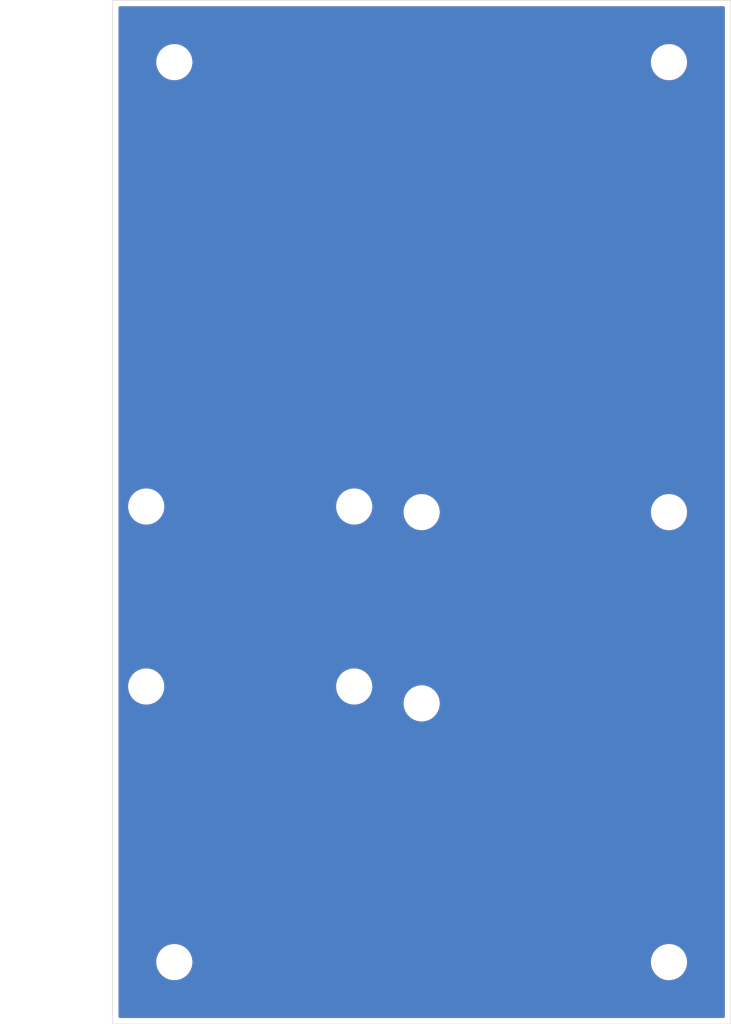
<source format=kicad_pcb>
(kicad_pcb (version 20171130) (host pcbnew "(5.1.6)-1")

  (general
    (thickness 1.6)
    (drawings 4)
    (tracks 0)
    (zones 0)
    (modules 11)
    (nets 1)
  )

  (page A4)
  (layers
    (0 F.Cu signal)
    (31 B.Cu signal)
    (32 B.Adhes user)
    (33 F.Adhes user)
    (34 B.Paste user)
    (35 F.Paste user)
    (36 B.SilkS user)
    (37 F.SilkS user)
    (38 B.Mask user)
    (39 F.Mask user)
    (40 Dwgs.User user)
    (41 Cmts.User user)
    (42 Eco1.User user)
    (43 Eco2.User user)
    (44 Edge.Cuts user)
    (45 Margin user)
    (46 B.CrtYd user)
    (47 F.CrtYd user)
    (48 B.Fab user)
    (49 F.Fab user)
  )

  (setup
    (last_trace_width 0.25)
    (trace_clearance 0.2)
    (zone_clearance 0.508)
    (zone_45_only no)
    (trace_min 0.2)
    (via_size 0.8)
    (via_drill 0.4)
    (via_min_size 0.4)
    (via_min_drill 0.3)
    (uvia_size 0.3)
    (uvia_drill 0.1)
    (uvias_allowed no)
    (uvia_min_size 0.2)
    (uvia_min_drill 0.1)
    (edge_width 0.05)
    (segment_width 0.2)
    (pcb_text_width 0.3)
    (pcb_text_size 1.5 1.5)
    (mod_edge_width 0.12)
    (mod_text_size 1 1)
    (mod_text_width 0.15)
    (pad_size 1.524 1.524)
    (pad_drill 0.762)
    (pad_to_mask_clearance 0.05)
    (aux_axis_origin 0 0)
    (visible_elements 7FFFFFFF)
    (pcbplotparams
      (layerselection 0x010fc_ffffffff)
      (usegerberextensions false)
      (usegerberattributes true)
      (usegerberadvancedattributes true)
      (creategerberjobfile true)
      (excludeedgelayer true)
      (linewidth 0.100000)
      (plotframeref false)
      (viasonmask false)
      (mode 1)
      (useauxorigin false)
      (hpglpennumber 1)
      (hpglpenspeed 20)
      (hpglpendiameter 15.000000)
      (psnegative false)
      (psa4output false)
      (plotreference true)
      (plotvalue true)
      (plotinvisibletext false)
      (padsonsilk false)
      (subtractmaskfromsilk false)
      (outputformat 1)
      (mirror false)
      (drillshape 1)
      (scaleselection 1)
      (outputdirectory ""))
  )

  (net 0 "")

  (net_class Default "This is the default net class."
    (clearance 0.2)
    (trace_width 0.25)
    (via_dia 0.8)
    (via_drill 0.4)
    (uvia_dia 0.3)
    (uvia_drill 0.1)
  )

  (net_class VCC/GND ""
    (clearance 0.2)
    (trace_width 0.4)
    (via_dia 0.8)
    (via_drill 0.4)
    (uvia_dia 0.3)
    (uvia_drill 0.1)
  )

  (module MountingHole:MountingHole_2.2mm_M2_ISO7380 (layer F.Cu) (tedit 56D1B4CB) (tstamp 5F26669C)
    (at 147.5 121.5)
    (descr "Mounting Hole 2.2mm, no annular, M2, ISO7380")
    (tags "mounting hole 2.2mm no annular m2 iso7380")
    (attr virtual)
    (fp_text reference REF** (at 0 -2.75) (layer F.SilkS) hide
      (effects (font (size 1 1) (thickness 0.15)))
    )
    (fp_text value MountingHole_2.2mm_M2_ISO7380 (at 0 2.75) (layer F.Fab)
      (effects (font (size 1 1) (thickness 0.15)))
    )
    (fp_circle (center 0 0) (end 1.75 0) (layer Cmts.User) (width 0.15))
    (fp_circle (center 0 0) (end 2 0) (layer F.CrtYd) (width 0.05))
    (fp_text user %R (at 0.3 0) (layer F.Fab)
      (effects (font (size 1 1) (thickness 0.15)))
    )
    (pad 1 np_thru_hole circle (at 0 0) (size 2.2 2.2) (drill 2.2) (layers *.Cu *.Mask))
  )

  (module MountingHole:MountingHole_2.2mm_M2_ISO7380 (layer F.Cu) (tedit 56D1B4CB) (tstamp 5F26662C)
    (at 147.5 104.5)
    (descr "Mounting Hole 2.2mm, no annular, M2, ISO7380")
    (tags "mounting hole 2.2mm no annular m2 iso7380")
    (attr virtual)
    (fp_text reference REF** (at 0 -2.75) (layer F.SilkS) hide
      (effects (font (size 1 1) (thickness 0.15)))
    )
    (fp_text value MountingHole_2.2mm_M2_ISO7380 (at 0 2.75) (layer F.Fab)
      (effects (font (size 1 1) (thickness 0.15)))
    )
    (fp_circle (center 0 0) (end 1.75 0) (layer Cmts.User) (width 0.15))
    (fp_circle (center 0 0) (end 2 0) (layer F.CrtYd) (width 0.05))
    (fp_text user %R (at 0.3 0) (layer F.Fab)
      (effects (font (size 1 1) (thickness 0.15)))
    )
    (pad 1 np_thru_hole circle (at 0 0) (size 2.2 2.2) (drill 2.2) (layers *.Cu *.Mask))
  )

  (module MountingHole:MountingHole_2.2mm_M2_ISO7380 (layer F.Cu) (tedit 56D1B4CB) (tstamp 5F1E0D90)
    (at 169.5 64.5)
    (descr "Mounting Hole 2.2mm, no annular, M2, ISO7380")
    (tags "mounting hole 2.2mm no annular m2 iso7380")
    (attr virtual)
    (fp_text reference REF** (at 0 -3) (layer F.SilkS) hide
      (effects (font (size 1 1) (thickness 0.15)))
    )
    (fp_text value m2_spacer (at 0 3) (layer F.Fab)
      (effects (font (size 1 1) (thickness 0.15)))
    )
    (fp_circle (center 0 0) (end 1.75 0) (layer Cmts.User) (width 0.15))
    (fp_circle (center 0 0) (end 2 0) (layer F.CrtYd) (width 0.05))
    (fp_text user %R (at 0.3 0) (layer F.Fab)
      (effects (font (size 1 1) (thickness 0.15)))
    )
    (pad 1 np_thru_hole circle (at 0 0) (size 2.2 2.2) (drill 2.2) (layers *.Cu *.Mask))
  )

  (module MountingHole:MountingHole_2.2mm_M2_ISO7380 (layer F.Cu) (tedit 56D1B4CB) (tstamp 5F1E0D6F)
    (at 125.5 64.5)
    (descr "Mounting Hole 2.2mm, no annular, M2, ISO7380")
    (tags "mounting hole 2.2mm no annular m2 iso7380")
    (attr virtual)
    (fp_text reference REF** (at 0 -3) (layer F.SilkS) hide
      (effects (font (size 1 1) (thickness 0.15)))
    )
    (fp_text value m2_spacer (at 0 3) (layer F.Fab)
      (effects (font (size 1 1) (thickness 0.15)))
    )
    (fp_circle (center 0 0) (end 1.75 0) (layer Cmts.User) (width 0.15))
    (fp_circle (center 0 0) (end 2 0) (layer F.CrtYd) (width 0.05))
    (fp_text user %R (at 0.3 0) (layer F.Fab)
      (effects (font (size 1 1) (thickness 0.15)))
    )
    (pad 1 np_thru_hole circle (at 0 0) (size 2.2 2.2) (drill 2.2) (layers *.Cu *.Mask))
  )

  (module MountingHole:MountingHole_2.2mm_M2_ISO7380 (layer F.Cu) (tedit 56D1B4CB) (tstamp 5F1C0C55)
    (at 169.5 104.5)
    (descr "Mounting Hole 2.2mm, no annular, M2, ISO7380")
    (tags "mounting hole 2.2mm no annular m2 iso7380")
    (attr virtual)
    (fp_text reference REF** (at 0 -3) (layer F.SilkS) hide
      (effects (font (size 1 1) (thickness 0.15)))
    )
    (fp_text value m2_spacer (at 0 3) (layer F.Fab)
      (effects (font (size 1 1) (thickness 0.15)))
    )
    (fp_circle (center 0 0) (end 1.75 0) (layer Cmts.User) (width 0.15))
    (fp_circle (center 0 0) (end 2 0) (layer F.CrtYd) (width 0.05))
    (fp_text user %R (at 0.3 0) (layer F.Fab)
      (effects (font (size 1 1) (thickness 0.15)))
    )
    (pad 1 np_thru_hole circle (at 0 0) (size 2.2 2.2) (drill 2.2) (layers *.Cu *.Mask))
  )

  (module MountingHole:MountingHole_2.2mm_M2_ISO7380 (layer F.Cu) (tedit 56D1B4CB) (tstamp 5F1E0DC6)
    (at 125.5 144.5)
    (descr "Mounting Hole 2.2mm, no annular, M2, ISO7380")
    (tags "mounting hole 2.2mm no annular m2 iso7380")
    (attr virtual)
    (fp_text reference REF** (at 0 -3) (layer F.SilkS) hide
      (effects (font (size 1 1) (thickness 0.15)))
    )
    (fp_text value m2_spacer (at 0 3) (layer F.Fab)
      (effects (font (size 1 1) (thickness 0.15)))
    )
    (fp_circle (center 0 0) (end 1.75 0) (layer Cmts.User) (width 0.15))
    (fp_circle (center 0 0) (end 2 0) (layer F.CrtYd) (width 0.05))
    (fp_text user %R (at 0.3 0) (layer F.Fab)
      (effects (font (size 1 1) (thickness 0.15)))
    )
    (pad 1 np_thru_hole circle (at 0 0) (size 2.2 2.2) (drill 2.2) (layers *.Cu *.Mask))
  )

  (module MountingHole:MountingHole_2.2mm_M2_ISO7380 (layer F.Cu) (tedit 56D1B4CB) (tstamp 5F1E0DDB)
    (at 169.5 144.5)
    (descr "Mounting Hole 2.2mm, no annular, M2, ISO7380")
    (tags "mounting hole 2.2mm no annular m2 iso7380")
    (attr virtual)
    (fp_text reference REF** (at 0 -3) (layer F.SilkS) hide
      (effects (font (size 1 1) (thickness 0.15)))
    )
    (fp_text value m2_spacer (at 0 3) (layer F.Fab)
      (effects (font (size 1 1) (thickness 0.15)))
    )
    (fp_circle (center 0 0) (end 1.75 0) (layer Cmts.User) (width 0.15))
    (fp_circle (center 0 0) (end 2 0) (layer F.CrtYd) (width 0.05))
    (fp_text user %R (at 0.3 0) (layer F.Fab)
      (effects (font (size 1 1) (thickness 0.15)))
    )
    (pad 1 np_thru_hole circle (at 0 0) (size 2.2 2.2) (drill 2.2) (layers *.Cu *.Mask))
  )

  (module MountingHole:MountingHole_2.2mm_M2_ISO7380 (layer F.Cu) (tedit 56D1B4CB) (tstamp 5F1BC289)
    (at 141.5 120)
    (descr "Mounting Hole 2.2mm, no annular, M2, ISO7380")
    (tags "mounting hole 2.2mm no annular m2 iso7380")
    (attr virtual)
    (fp_text reference REF** (at 0 -2.75) (layer F.SilkS) hide
      (effects (font (size 1 1) (thickness 0.15)))
    )
    (fp_text value MountingHole_2.2mm_M2_ISO7380 (at 0 2.75) (layer F.Fab)
      (effects (font (size 1 1) (thickness 0.15)))
    )
    (fp_circle (center 0 0) (end 1.75 0) (layer Cmts.User) (width 0.15))
    (fp_circle (center 0 0) (end 2 0) (layer F.CrtYd) (width 0.05))
    (fp_text user %R (at 0.3 0) (layer F.Fab)
      (effects (font (size 1 1) (thickness 0.15)))
    )
    (pad 1 np_thru_hole circle (at 0 0) (size 2.2 2.2) (drill 2.2) (layers *.Cu *.Mask))
  )

  (module MountingHole:MountingHole_2.2mm_M2_ISO7380 (layer F.Cu) (tedit 56D1B4CB) (tstamp 5F1BC24A)
    (at 123 120)
    (descr "Mounting Hole 2.2mm, no annular, M2, ISO7380")
    (tags "mounting hole 2.2mm no annular m2 iso7380")
    (attr virtual)
    (fp_text reference REF** (at 0 -2.75) (layer F.SilkS) hide
      (effects (font (size 1 1) (thickness 0.15)))
    )
    (fp_text value MountingHole_2.2mm_M2_ISO7380 (at 0 2.75) (layer F.Fab)
      (effects (font (size 1 1) (thickness 0.15)))
    )
    (fp_circle (center 0 0) (end 1.75 0) (layer Cmts.User) (width 0.15))
    (fp_circle (center 0 0) (end 2 0) (layer F.CrtYd) (width 0.05))
    (fp_text user %R (at 0.3 0) (layer F.Fab)
      (effects (font (size 1 1) (thickness 0.15)))
    )
    (pad 1 np_thru_hole circle (at 0 0) (size 2.2 2.2) (drill 2.2) (layers *.Cu *.Mask))
  )

  (module MountingHole:MountingHole_2.2mm_M2_ISO7380 (layer F.Cu) (tedit 56D1B4CB) (tstamp 5F1BC274)
    (at 141.5 104)
    (descr "Mounting Hole 2.2mm, no annular, M2, ISO7380")
    (tags "mounting hole 2.2mm no annular m2 iso7380")
    (attr virtual)
    (fp_text reference REF** (at 0 -2.75) (layer F.SilkS) hide
      (effects (font (size 1 1) (thickness 0.15)))
    )
    (fp_text value MountingHole_2.2mm_M2_ISO7380 (at 0 2.75) (layer F.Fab)
      (effects (font (size 1 1) (thickness 0.15)))
    )
    (fp_circle (center 0 0) (end 1.75 0) (layer Cmts.User) (width 0.15))
    (fp_circle (center 0 0) (end 2 0) (layer F.CrtYd) (width 0.05))
    (fp_text user %R (at 0.3 0) (layer F.Fab)
      (effects (font (size 1 1) (thickness 0.15)))
    )
    (pad 1 np_thru_hole circle (at 0 0) (size 2.2 2.2) (drill 2.2) (layers *.Cu *.Mask))
  )

  (module MountingHole:MountingHole_2.2mm_M2_ISO7380 (layer F.Cu) (tedit 56D1B4CB) (tstamp 5F1BC25F)
    (at 123 104)
    (descr "Mounting Hole 2.2mm, no annular, M2, ISO7380")
    (tags "mounting hole 2.2mm no annular m2 iso7380")
    (attr virtual)
    (fp_text reference REF** (at 0 -2.75) (layer F.SilkS) hide
      (effects (font (size 1 1) (thickness 0.15)))
    )
    (fp_text value MountingHole_2.2mm_M2_ISO7380 (at 0 2.75) (layer F.Fab)
      (effects (font (size 1 1) (thickness 0.15)))
    )
    (fp_circle (center 0 0) (end 1.75 0) (layer Cmts.User) (width 0.15))
    (fp_circle (center 0 0) (end 2 0) (layer F.CrtYd) (width 0.05))
    (fp_text user %R (at 0.3 0) (layer F.Fab)
      (effects (font (size 1 1) (thickness 0.15)))
    )
    (pad 1 np_thru_hole circle (at 0 0) (size 2.2 2.2) (drill 2.2) (layers *.Cu *.Mask))
  )

  (gr_line (start 120 150) (end 120 59) (layer Edge.Cuts) (width 0.05) (tstamp 5F1B6225))
  (gr_line (start 175 150) (end 120 150) (layer Edge.Cuts) (width 0.05))
  (gr_line (start 175 59) (end 175 150) (layer Edge.Cuts) (width 0.05))
  (gr_line (start 120 59) (end 175 59) (layer Edge.Cuts) (width 0.05))

  (zone (net 0) (net_name "") (layer F.Cu) (tstamp 0) (hatch edge 0.508)
    (connect_pads (clearance 0.508))
    (min_thickness 0.254)
    (fill yes (arc_segments 32) (thermal_gap 0.508) (thermal_bridge_width 0.508))
    (polygon
      (pts
        (xy 175 150) (xy 120 150) (xy 120 59) (xy 175 59)
      )
    )
    (filled_polygon
      (pts
        (xy 174.340001 149.34) (xy 120.66 149.34) (xy 120.66 144.329117) (xy 123.765 144.329117) (xy 123.765 144.670883)
        (xy 123.831675 145.006081) (xy 123.962463 145.321831) (xy 124.152337 145.605998) (xy 124.394002 145.847663) (xy 124.678169 146.037537)
        (xy 124.993919 146.168325) (xy 125.329117 146.235) (xy 125.670883 146.235) (xy 126.006081 146.168325) (xy 126.321831 146.037537)
        (xy 126.605998 145.847663) (xy 126.847663 145.605998) (xy 127.037537 145.321831) (xy 127.168325 145.006081) (xy 127.235 144.670883)
        (xy 127.235 144.329117) (xy 167.765 144.329117) (xy 167.765 144.670883) (xy 167.831675 145.006081) (xy 167.962463 145.321831)
        (xy 168.152337 145.605998) (xy 168.394002 145.847663) (xy 168.678169 146.037537) (xy 168.993919 146.168325) (xy 169.329117 146.235)
        (xy 169.670883 146.235) (xy 170.006081 146.168325) (xy 170.321831 146.037537) (xy 170.605998 145.847663) (xy 170.847663 145.605998)
        (xy 171.037537 145.321831) (xy 171.168325 145.006081) (xy 171.235 144.670883) (xy 171.235 144.329117) (xy 171.168325 143.993919)
        (xy 171.037537 143.678169) (xy 170.847663 143.394002) (xy 170.605998 143.152337) (xy 170.321831 142.962463) (xy 170.006081 142.831675)
        (xy 169.670883 142.765) (xy 169.329117 142.765) (xy 168.993919 142.831675) (xy 168.678169 142.962463) (xy 168.394002 143.152337)
        (xy 168.152337 143.394002) (xy 167.962463 143.678169) (xy 167.831675 143.993919) (xy 167.765 144.329117) (xy 127.235 144.329117)
        (xy 127.168325 143.993919) (xy 127.037537 143.678169) (xy 126.847663 143.394002) (xy 126.605998 143.152337) (xy 126.321831 142.962463)
        (xy 126.006081 142.831675) (xy 125.670883 142.765) (xy 125.329117 142.765) (xy 124.993919 142.831675) (xy 124.678169 142.962463)
        (xy 124.394002 143.152337) (xy 124.152337 143.394002) (xy 123.962463 143.678169) (xy 123.831675 143.993919) (xy 123.765 144.329117)
        (xy 120.66 144.329117) (xy 120.66 119.829117) (xy 121.265 119.829117) (xy 121.265 120.170883) (xy 121.331675 120.506081)
        (xy 121.462463 120.821831) (xy 121.652337 121.105998) (xy 121.894002 121.347663) (xy 122.178169 121.537537) (xy 122.493919 121.668325)
        (xy 122.829117 121.735) (xy 123.170883 121.735) (xy 123.506081 121.668325) (xy 123.821831 121.537537) (xy 124.105998 121.347663)
        (xy 124.347663 121.105998) (xy 124.537537 120.821831) (xy 124.668325 120.506081) (xy 124.735 120.170883) (xy 124.735 119.829117)
        (xy 139.765 119.829117) (xy 139.765 120.170883) (xy 139.831675 120.506081) (xy 139.962463 120.821831) (xy 140.152337 121.105998)
        (xy 140.394002 121.347663) (xy 140.678169 121.537537) (xy 140.993919 121.668325) (xy 141.329117 121.735) (xy 141.670883 121.735)
        (xy 142.006081 121.668325) (xy 142.321831 121.537537) (xy 142.605998 121.347663) (xy 142.624544 121.329117) (xy 145.765 121.329117)
        (xy 145.765 121.670883) (xy 145.831675 122.006081) (xy 145.962463 122.321831) (xy 146.152337 122.605998) (xy 146.394002 122.847663)
        (xy 146.678169 123.037537) (xy 146.993919 123.168325) (xy 147.329117 123.235) (xy 147.670883 123.235) (xy 148.006081 123.168325)
        (xy 148.321831 123.037537) (xy 148.605998 122.847663) (xy 148.847663 122.605998) (xy 149.037537 122.321831) (xy 149.168325 122.006081)
        (xy 149.235 121.670883) (xy 149.235 121.329117) (xy 149.168325 120.993919) (xy 149.037537 120.678169) (xy 148.847663 120.394002)
        (xy 148.605998 120.152337) (xy 148.321831 119.962463) (xy 148.006081 119.831675) (xy 147.670883 119.765) (xy 147.329117 119.765)
        (xy 146.993919 119.831675) (xy 146.678169 119.962463) (xy 146.394002 120.152337) (xy 146.152337 120.394002) (xy 145.962463 120.678169)
        (xy 145.831675 120.993919) (xy 145.765 121.329117) (xy 142.624544 121.329117) (xy 142.847663 121.105998) (xy 143.037537 120.821831)
        (xy 143.168325 120.506081) (xy 143.235 120.170883) (xy 143.235 119.829117) (xy 143.168325 119.493919) (xy 143.037537 119.178169)
        (xy 142.847663 118.894002) (xy 142.605998 118.652337) (xy 142.321831 118.462463) (xy 142.006081 118.331675) (xy 141.670883 118.265)
        (xy 141.329117 118.265) (xy 140.993919 118.331675) (xy 140.678169 118.462463) (xy 140.394002 118.652337) (xy 140.152337 118.894002)
        (xy 139.962463 119.178169) (xy 139.831675 119.493919) (xy 139.765 119.829117) (xy 124.735 119.829117) (xy 124.668325 119.493919)
        (xy 124.537537 119.178169) (xy 124.347663 118.894002) (xy 124.105998 118.652337) (xy 123.821831 118.462463) (xy 123.506081 118.331675)
        (xy 123.170883 118.265) (xy 122.829117 118.265) (xy 122.493919 118.331675) (xy 122.178169 118.462463) (xy 121.894002 118.652337)
        (xy 121.652337 118.894002) (xy 121.462463 119.178169) (xy 121.331675 119.493919) (xy 121.265 119.829117) (xy 120.66 119.829117)
        (xy 120.66 103.829117) (xy 121.265 103.829117) (xy 121.265 104.170883) (xy 121.331675 104.506081) (xy 121.462463 104.821831)
        (xy 121.652337 105.105998) (xy 121.894002 105.347663) (xy 122.178169 105.537537) (xy 122.493919 105.668325) (xy 122.829117 105.735)
        (xy 123.170883 105.735) (xy 123.506081 105.668325) (xy 123.821831 105.537537) (xy 124.105998 105.347663) (xy 124.347663 105.105998)
        (xy 124.537537 104.821831) (xy 124.668325 104.506081) (xy 124.735 104.170883) (xy 124.735 103.829117) (xy 139.765 103.829117)
        (xy 139.765 104.170883) (xy 139.831675 104.506081) (xy 139.962463 104.821831) (xy 140.152337 105.105998) (xy 140.394002 105.347663)
        (xy 140.678169 105.537537) (xy 140.993919 105.668325) (xy 141.329117 105.735) (xy 141.670883 105.735) (xy 142.006081 105.668325)
        (xy 142.321831 105.537537) (xy 142.605998 105.347663) (xy 142.847663 105.105998) (xy 143.037537 104.821831) (xy 143.168325 104.506081)
        (xy 143.203525 104.329117) (xy 145.765 104.329117) (xy 145.765 104.670883) (xy 145.831675 105.006081) (xy 145.962463 105.321831)
        (xy 146.152337 105.605998) (xy 146.394002 105.847663) (xy 146.678169 106.037537) (xy 146.993919 106.168325) (xy 147.329117 106.235)
        (xy 147.670883 106.235) (xy 148.006081 106.168325) (xy 148.321831 106.037537) (xy 148.605998 105.847663) (xy 148.847663 105.605998)
        (xy 149.037537 105.321831) (xy 149.168325 105.006081) (xy 149.235 104.670883) (xy 149.235 104.329117) (xy 167.765 104.329117)
        (xy 167.765 104.670883) (xy 167.831675 105.006081) (xy 167.962463 105.321831) (xy 168.152337 105.605998) (xy 168.394002 105.847663)
        (xy 168.678169 106.037537) (xy 168.993919 106.168325) (xy 169.329117 106.235) (xy 169.670883 106.235) (xy 170.006081 106.168325)
        (xy 170.321831 106.037537) (xy 170.605998 105.847663) (xy 170.847663 105.605998) (xy 171.037537 105.321831) (xy 171.168325 105.006081)
        (xy 171.235 104.670883) (xy 171.235 104.329117) (xy 171.168325 103.993919) (xy 171.037537 103.678169) (xy 170.847663 103.394002)
        (xy 170.605998 103.152337) (xy 170.321831 102.962463) (xy 170.006081 102.831675) (xy 169.670883 102.765) (xy 169.329117 102.765)
        (xy 168.993919 102.831675) (xy 168.678169 102.962463) (xy 168.394002 103.152337) (xy 168.152337 103.394002) (xy 167.962463 103.678169)
        (xy 167.831675 103.993919) (xy 167.765 104.329117) (xy 149.235 104.329117) (xy 149.168325 103.993919) (xy 149.037537 103.678169)
        (xy 148.847663 103.394002) (xy 148.605998 103.152337) (xy 148.321831 102.962463) (xy 148.006081 102.831675) (xy 147.670883 102.765)
        (xy 147.329117 102.765) (xy 146.993919 102.831675) (xy 146.678169 102.962463) (xy 146.394002 103.152337) (xy 146.152337 103.394002)
        (xy 145.962463 103.678169) (xy 145.831675 103.993919) (xy 145.765 104.329117) (xy 143.203525 104.329117) (xy 143.235 104.170883)
        (xy 143.235 103.829117) (xy 143.168325 103.493919) (xy 143.037537 103.178169) (xy 142.847663 102.894002) (xy 142.605998 102.652337)
        (xy 142.321831 102.462463) (xy 142.006081 102.331675) (xy 141.670883 102.265) (xy 141.329117 102.265) (xy 140.993919 102.331675)
        (xy 140.678169 102.462463) (xy 140.394002 102.652337) (xy 140.152337 102.894002) (xy 139.962463 103.178169) (xy 139.831675 103.493919)
        (xy 139.765 103.829117) (xy 124.735 103.829117) (xy 124.668325 103.493919) (xy 124.537537 103.178169) (xy 124.347663 102.894002)
        (xy 124.105998 102.652337) (xy 123.821831 102.462463) (xy 123.506081 102.331675) (xy 123.170883 102.265) (xy 122.829117 102.265)
        (xy 122.493919 102.331675) (xy 122.178169 102.462463) (xy 121.894002 102.652337) (xy 121.652337 102.894002) (xy 121.462463 103.178169)
        (xy 121.331675 103.493919) (xy 121.265 103.829117) (xy 120.66 103.829117) (xy 120.66 64.329117) (xy 123.765 64.329117)
        (xy 123.765 64.670883) (xy 123.831675 65.006081) (xy 123.962463 65.321831) (xy 124.152337 65.605998) (xy 124.394002 65.847663)
        (xy 124.678169 66.037537) (xy 124.993919 66.168325) (xy 125.329117 66.235) (xy 125.670883 66.235) (xy 126.006081 66.168325)
        (xy 126.321831 66.037537) (xy 126.605998 65.847663) (xy 126.847663 65.605998) (xy 127.037537 65.321831) (xy 127.168325 65.006081)
        (xy 127.235 64.670883) (xy 127.235 64.329117) (xy 167.765 64.329117) (xy 167.765 64.670883) (xy 167.831675 65.006081)
        (xy 167.962463 65.321831) (xy 168.152337 65.605998) (xy 168.394002 65.847663) (xy 168.678169 66.037537) (xy 168.993919 66.168325)
        (xy 169.329117 66.235) (xy 169.670883 66.235) (xy 170.006081 66.168325) (xy 170.321831 66.037537) (xy 170.605998 65.847663)
        (xy 170.847663 65.605998) (xy 171.037537 65.321831) (xy 171.168325 65.006081) (xy 171.235 64.670883) (xy 171.235 64.329117)
        (xy 171.168325 63.993919) (xy 171.037537 63.678169) (xy 170.847663 63.394002) (xy 170.605998 63.152337) (xy 170.321831 62.962463)
        (xy 170.006081 62.831675) (xy 169.670883 62.765) (xy 169.329117 62.765) (xy 168.993919 62.831675) (xy 168.678169 62.962463)
        (xy 168.394002 63.152337) (xy 168.152337 63.394002) (xy 167.962463 63.678169) (xy 167.831675 63.993919) (xy 167.765 64.329117)
        (xy 127.235 64.329117) (xy 127.168325 63.993919) (xy 127.037537 63.678169) (xy 126.847663 63.394002) (xy 126.605998 63.152337)
        (xy 126.321831 62.962463) (xy 126.006081 62.831675) (xy 125.670883 62.765) (xy 125.329117 62.765) (xy 124.993919 62.831675)
        (xy 124.678169 62.962463) (xy 124.394002 63.152337) (xy 124.152337 63.394002) (xy 123.962463 63.678169) (xy 123.831675 63.993919)
        (xy 123.765 64.329117) (xy 120.66 64.329117) (xy 120.66 59.66) (xy 174.34 59.66)
      )
    )
  )
  (zone (net 0) (net_name "") (layer B.Cu) (tstamp 0) (hatch edge 0.508)
    (connect_pads (clearance 0.508))
    (min_thickness 0.254)
    (fill yes (arc_segments 32) (thermal_gap 0.508) (thermal_bridge_width 0.508))
    (polygon
      (pts
        (xy 175 150) (xy 120 150) (xy 120 59) (xy 175 59)
      )
    )
    (filled_polygon
      (pts
        (xy 174.340001 149.34) (xy 120.66 149.34) (xy 120.66 144.329117) (xy 123.765 144.329117) (xy 123.765 144.670883)
        (xy 123.831675 145.006081) (xy 123.962463 145.321831) (xy 124.152337 145.605998) (xy 124.394002 145.847663) (xy 124.678169 146.037537)
        (xy 124.993919 146.168325) (xy 125.329117 146.235) (xy 125.670883 146.235) (xy 126.006081 146.168325) (xy 126.321831 146.037537)
        (xy 126.605998 145.847663) (xy 126.847663 145.605998) (xy 127.037537 145.321831) (xy 127.168325 145.006081) (xy 127.235 144.670883)
        (xy 127.235 144.329117) (xy 167.765 144.329117) (xy 167.765 144.670883) (xy 167.831675 145.006081) (xy 167.962463 145.321831)
        (xy 168.152337 145.605998) (xy 168.394002 145.847663) (xy 168.678169 146.037537) (xy 168.993919 146.168325) (xy 169.329117 146.235)
        (xy 169.670883 146.235) (xy 170.006081 146.168325) (xy 170.321831 146.037537) (xy 170.605998 145.847663) (xy 170.847663 145.605998)
        (xy 171.037537 145.321831) (xy 171.168325 145.006081) (xy 171.235 144.670883) (xy 171.235 144.329117) (xy 171.168325 143.993919)
        (xy 171.037537 143.678169) (xy 170.847663 143.394002) (xy 170.605998 143.152337) (xy 170.321831 142.962463) (xy 170.006081 142.831675)
        (xy 169.670883 142.765) (xy 169.329117 142.765) (xy 168.993919 142.831675) (xy 168.678169 142.962463) (xy 168.394002 143.152337)
        (xy 168.152337 143.394002) (xy 167.962463 143.678169) (xy 167.831675 143.993919) (xy 167.765 144.329117) (xy 127.235 144.329117)
        (xy 127.168325 143.993919) (xy 127.037537 143.678169) (xy 126.847663 143.394002) (xy 126.605998 143.152337) (xy 126.321831 142.962463)
        (xy 126.006081 142.831675) (xy 125.670883 142.765) (xy 125.329117 142.765) (xy 124.993919 142.831675) (xy 124.678169 142.962463)
        (xy 124.394002 143.152337) (xy 124.152337 143.394002) (xy 123.962463 143.678169) (xy 123.831675 143.993919) (xy 123.765 144.329117)
        (xy 120.66 144.329117) (xy 120.66 119.829117) (xy 121.265 119.829117) (xy 121.265 120.170883) (xy 121.331675 120.506081)
        (xy 121.462463 120.821831) (xy 121.652337 121.105998) (xy 121.894002 121.347663) (xy 122.178169 121.537537) (xy 122.493919 121.668325)
        (xy 122.829117 121.735) (xy 123.170883 121.735) (xy 123.506081 121.668325) (xy 123.821831 121.537537) (xy 124.105998 121.347663)
        (xy 124.347663 121.105998) (xy 124.537537 120.821831) (xy 124.668325 120.506081) (xy 124.735 120.170883) (xy 124.735 119.829117)
        (xy 139.765 119.829117) (xy 139.765 120.170883) (xy 139.831675 120.506081) (xy 139.962463 120.821831) (xy 140.152337 121.105998)
        (xy 140.394002 121.347663) (xy 140.678169 121.537537) (xy 140.993919 121.668325) (xy 141.329117 121.735) (xy 141.670883 121.735)
        (xy 142.006081 121.668325) (xy 142.321831 121.537537) (xy 142.605998 121.347663) (xy 142.624544 121.329117) (xy 145.765 121.329117)
        (xy 145.765 121.670883) (xy 145.831675 122.006081) (xy 145.962463 122.321831) (xy 146.152337 122.605998) (xy 146.394002 122.847663)
        (xy 146.678169 123.037537) (xy 146.993919 123.168325) (xy 147.329117 123.235) (xy 147.670883 123.235) (xy 148.006081 123.168325)
        (xy 148.321831 123.037537) (xy 148.605998 122.847663) (xy 148.847663 122.605998) (xy 149.037537 122.321831) (xy 149.168325 122.006081)
        (xy 149.235 121.670883) (xy 149.235 121.329117) (xy 149.168325 120.993919) (xy 149.037537 120.678169) (xy 148.847663 120.394002)
        (xy 148.605998 120.152337) (xy 148.321831 119.962463) (xy 148.006081 119.831675) (xy 147.670883 119.765) (xy 147.329117 119.765)
        (xy 146.993919 119.831675) (xy 146.678169 119.962463) (xy 146.394002 120.152337) (xy 146.152337 120.394002) (xy 145.962463 120.678169)
        (xy 145.831675 120.993919) (xy 145.765 121.329117) (xy 142.624544 121.329117) (xy 142.847663 121.105998) (xy 143.037537 120.821831)
        (xy 143.168325 120.506081) (xy 143.235 120.170883) (xy 143.235 119.829117) (xy 143.168325 119.493919) (xy 143.037537 119.178169)
        (xy 142.847663 118.894002) (xy 142.605998 118.652337) (xy 142.321831 118.462463) (xy 142.006081 118.331675) (xy 141.670883 118.265)
        (xy 141.329117 118.265) (xy 140.993919 118.331675) (xy 140.678169 118.462463) (xy 140.394002 118.652337) (xy 140.152337 118.894002)
        (xy 139.962463 119.178169) (xy 139.831675 119.493919) (xy 139.765 119.829117) (xy 124.735 119.829117) (xy 124.668325 119.493919)
        (xy 124.537537 119.178169) (xy 124.347663 118.894002) (xy 124.105998 118.652337) (xy 123.821831 118.462463) (xy 123.506081 118.331675)
        (xy 123.170883 118.265) (xy 122.829117 118.265) (xy 122.493919 118.331675) (xy 122.178169 118.462463) (xy 121.894002 118.652337)
        (xy 121.652337 118.894002) (xy 121.462463 119.178169) (xy 121.331675 119.493919) (xy 121.265 119.829117) (xy 120.66 119.829117)
        (xy 120.66 103.829117) (xy 121.265 103.829117) (xy 121.265 104.170883) (xy 121.331675 104.506081) (xy 121.462463 104.821831)
        (xy 121.652337 105.105998) (xy 121.894002 105.347663) (xy 122.178169 105.537537) (xy 122.493919 105.668325) (xy 122.829117 105.735)
        (xy 123.170883 105.735) (xy 123.506081 105.668325) (xy 123.821831 105.537537) (xy 124.105998 105.347663) (xy 124.347663 105.105998)
        (xy 124.537537 104.821831) (xy 124.668325 104.506081) (xy 124.735 104.170883) (xy 124.735 103.829117) (xy 139.765 103.829117)
        (xy 139.765 104.170883) (xy 139.831675 104.506081) (xy 139.962463 104.821831) (xy 140.152337 105.105998) (xy 140.394002 105.347663)
        (xy 140.678169 105.537537) (xy 140.993919 105.668325) (xy 141.329117 105.735) (xy 141.670883 105.735) (xy 142.006081 105.668325)
        (xy 142.321831 105.537537) (xy 142.605998 105.347663) (xy 142.847663 105.105998) (xy 143.037537 104.821831) (xy 143.168325 104.506081)
        (xy 143.203525 104.329117) (xy 145.765 104.329117) (xy 145.765 104.670883) (xy 145.831675 105.006081) (xy 145.962463 105.321831)
        (xy 146.152337 105.605998) (xy 146.394002 105.847663) (xy 146.678169 106.037537) (xy 146.993919 106.168325) (xy 147.329117 106.235)
        (xy 147.670883 106.235) (xy 148.006081 106.168325) (xy 148.321831 106.037537) (xy 148.605998 105.847663) (xy 148.847663 105.605998)
        (xy 149.037537 105.321831) (xy 149.168325 105.006081) (xy 149.235 104.670883) (xy 149.235 104.329117) (xy 167.765 104.329117)
        (xy 167.765 104.670883) (xy 167.831675 105.006081) (xy 167.962463 105.321831) (xy 168.152337 105.605998) (xy 168.394002 105.847663)
        (xy 168.678169 106.037537) (xy 168.993919 106.168325) (xy 169.329117 106.235) (xy 169.670883 106.235) (xy 170.006081 106.168325)
        (xy 170.321831 106.037537) (xy 170.605998 105.847663) (xy 170.847663 105.605998) (xy 171.037537 105.321831) (xy 171.168325 105.006081)
        (xy 171.235 104.670883) (xy 171.235 104.329117) (xy 171.168325 103.993919) (xy 171.037537 103.678169) (xy 170.847663 103.394002)
        (xy 170.605998 103.152337) (xy 170.321831 102.962463) (xy 170.006081 102.831675) (xy 169.670883 102.765) (xy 169.329117 102.765)
        (xy 168.993919 102.831675) (xy 168.678169 102.962463) (xy 168.394002 103.152337) (xy 168.152337 103.394002) (xy 167.962463 103.678169)
        (xy 167.831675 103.993919) (xy 167.765 104.329117) (xy 149.235 104.329117) (xy 149.168325 103.993919) (xy 149.037537 103.678169)
        (xy 148.847663 103.394002) (xy 148.605998 103.152337) (xy 148.321831 102.962463) (xy 148.006081 102.831675) (xy 147.670883 102.765)
        (xy 147.329117 102.765) (xy 146.993919 102.831675) (xy 146.678169 102.962463) (xy 146.394002 103.152337) (xy 146.152337 103.394002)
        (xy 145.962463 103.678169) (xy 145.831675 103.993919) (xy 145.765 104.329117) (xy 143.203525 104.329117) (xy 143.235 104.170883)
        (xy 143.235 103.829117) (xy 143.168325 103.493919) (xy 143.037537 103.178169) (xy 142.847663 102.894002) (xy 142.605998 102.652337)
        (xy 142.321831 102.462463) (xy 142.006081 102.331675) (xy 141.670883 102.265) (xy 141.329117 102.265) (xy 140.993919 102.331675)
        (xy 140.678169 102.462463) (xy 140.394002 102.652337) (xy 140.152337 102.894002) (xy 139.962463 103.178169) (xy 139.831675 103.493919)
        (xy 139.765 103.829117) (xy 124.735 103.829117) (xy 124.668325 103.493919) (xy 124.537537 103.178169) (xy 124.347663 102.894002)
        (xy 124.105998 102.652337) (xy 123.821831 102.462463) (xy 123.506081 102.331675) (xy 123.170883 102.265) (xy 122.829117 102.265)
        (xy 122.493919 102.331675) (xy 122.178169 102.462463) (xy 121.894002 102.652337) (xy 121.652337 102.894002) (xy 121.462463 103.178169)
        (xy 121.331675 103.493919) (xy 121.265 103.829117) (xy 120.66 103.829117) (xy 120.66 64.329117) (xy 123.765 64.329117)
        (xy 123.765 64.670883) (xy 123.831675 65.006081) (xy 123.962463 65.321831) (xy 124.152337 65.605998) (xy 124.394002 65.847663)
        (xy 124.678169 66.037537) (xy 124.993919 66.168325) (xy 125.329117 66.235) (xy 125.670883 66.235) (xy 126.006081 66.168325)
        (xy 126.321831 66.037537) (xy 126.605998 65.847663) (xy 126.847663 65.605998) (xy 127.037537 65.321831) (xy 127.168325 65.006081)
        (xy 127.235 64.670883) (xy 127.235 64.329117) (xy 167.765 64.329117) (xy 167.765 64.670883) (xy 167.831675 65.006081)
        (xy 167.962463 65.321831) (xy 168.152337 65.605998) (xy 168.394002 65.847663) (xy 168.678169 66.037537) (xy 168.993919 66.168325)
        (xy 169.329117 66.235) (xy 169.670883 66.235) (xy 170.006081 66.168325) (xy 170.321831 66.037537) (xy 170.605998 65.847663)
        (xy 170.847663 65.605998) (xy 171.037537 65.321831) (xy 171.168325 65.006081) (xy 171.235 64.670883) (xy 171.235 64.329117)
        (xy 171.168325 63.993919) (xy 171.037537 63.678169) (xy 170.847663 63.394002) (xy 170.605998 63.152337) (xy 170.321831 62.962463)
        (xy 170.006081 62.831675) (xy 169.670883 62.765) (xy 169.329117 62.765) (xy 168.993919 62.831675) (xy 168.678169 62.962463)
        (xy 168.394002 63.152337) (xy 168.152337 63.394002) (xy 167.962463 63.678169) (xy 167.831675 63.993919) (xy 167.765 64.329117)
        (xy 127.235 64.329117) (xy 127.168325 63.993919) (xy 127.037537 63.678169) (xy 126.847663 63.394002) (xy 126.605998 63.152337)
        (xy 126.321831 62.962463) (xy 126.006081 62.831675) (xy 125.670883 62.765) (xy 125.329117 62.765) (xy 124.993919 62.831675)
        (xy 124.678169 62.962463) (xy 124.394002 63.152337) (xy 124.152337 63.394002) (xy 123.962463 63.678169) (xy 123.831675 63.993919)
        (xy 123.765 64.329117) (xy 120.66 64.329117) (xy 120.66 59.66) (xy 174.34 59.66)
      )
    )
  )
)

</source>
